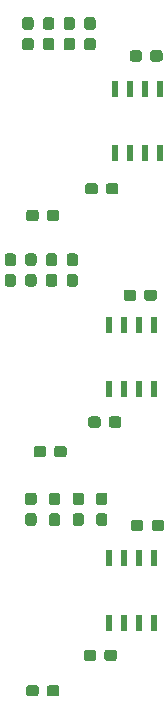
<source format=gbr>
%TF.GenerationSoftware,KiCad,Pcbnew,5.1.5+dfsg1-2build2*%
%TF.CreationDate,2020-12-26T23:47:44-08:00*%
%TF.ProjectId,motorcontroller,6d6f746f-7263-46f6-9e74-726f6c6c6572,rev?*%
%TF.SameCoordinates,Original*%
%TF.FileFunction,Paste,Bot*%
%TF.FilePolarity,Positive*%
%FSLAX46Y46*%
G04 Gerber Fmt 4.6, Leading zero omitted, Abs format (unit mm)*
G04 Created by KiCad (PCBNEW 5.1.5+dfsg1-2build2) date 2020-12-26 23:47:44*
%MOMM*%
%LPD*%
G04 APERTURE LIST*
%ADD10R,0.532600X1.454899*%
%ADD11C,0.100000*%
G04 APERTURE END LIST*
D10*
X103405000Y-96028652D03*
X102135000Y-96028652D03*
X100865000Y-96028652D03*
X99595000Y-96028652D03*
X99595000Y-101471348D03*
X100865000Y-101471348D03*
X102135000Y-101471348D03*
X103405000Y-101471348D03*
X102905000Y-116028652D03*
X101635000Y-116028652D03*
X100365000Y-116028652D03*
X99095000Y-116028652D03*
X99095000Y-121471348D03*
X100365000Y-121471348D03*
X101635000Y-121471348D03*
X102905000Y-121471348D03*
X102905000Y-135778652D03*
X101635000Y-135778652D03*
X100365000Y-135778652D03*
X99095000Y-135778652D03*
X99095000Y-141221348D03*
X100365000Y-141221348D03*
X101635000Y-141221348D03*
X102905000Y-141221348D03*
D11*
G36*
X99685779Y-104026144D02*
G01*
X99708834Y-104029563D01*
X99731443Y-104035227D01*
X99753387Y-104043079D01*
X99774457Y-104053044D01*
X99794448Y-104065026D01*
X99813168Y-104078910D01*
X99830438Y-104094562D01*
X99846090Y-104111832D01*
X99859974Y-104130552D01*
X99871956Y-104150543D01*
X99881921Y-104171613D01*
X99889773Y-104193557D01*
X99895437Y-104216166D01*
X99898856Y-104239221D01*
X99900000Y-104262500D01*
X99900000Y-104737500D01*
X99898856Y-104760779D01*
X99895437Y-104783834D01*
X99889773Y-104806443D01*
X99881921Y-104828387D01*
X99871956Y-104849457D01*
X99859974Y-104869448D01*
X99846090Y-104888168D01*
X99830438Y-104905438D01*
X99813168Y-104921090D01*
X99794448Y-104934974D01*
X99774457Y-104946956D01*
X99753387Y-104956921D01*
X99731443Y-104964773D01*
X99708834Y-104970437D01*
X99685779Y-104973856D01*
X99662500Y-104975000D01*
X99087500Y-104975000D01*
X99064221Y-104973856D01*
X99041166Y-104970437D01*
X99018557Y-104964773D01*
X98996613Y-104956921D01*
X98975543Y-104946956D01*
X98955552Y-104934974D01*
X98936832Y-104921090D01*
X98919562Y-104905438D01*
X98903910Y-104888168D01*
X98890026Y-104869448D01*
X98878044Y-104849457D01*
X98868079Y-104828387D01*
X98860227Y-104806443D01*
X98854563Y-104783834D01*
X98851144Y-104760779D01*
X98850000Y-104737500D01*
X98850000Y-104262500D01*
X98851144Y-104239221D01*
X98854563Y-104216166D01*
X98860227Y-104193557D01*
X98868079Y-104171613D01*
X98878044Y-104150543D01*
X98890026Y-104130552D01*
X98903910Y-104111832D01*
X98919562Y-104094562D01*
X98936832Y-104078910D01*
X98955552Y-104065026D01*
X98975543Y-104053044D01*
X98996613Y-104043079D01*
X99018557Y-104035227D01*
X99041166Y-104029563D01*
X99064221Y-104026144D01*
X99087500Y-104025000D01*
X99662500Y-104025000D01*
X99685779Y-104026144D01*
G37*
G36*
X97935779Y-104026144D02*
G01*
X97958834Y-104029563D01*
X97981443Y-104035227D01*
X98003387Y-104043079D01*
X98024457Y-104053044D01*
X98044448Y-104065026D01*
X98063168Y-104078910D01*
X98080438Y-104094562D01*
X98096090Y-104111832D01*
X98109974Y-104130552D01*
X98121956Y-104150543D01*
X98131921Y-104171613D01*
X98139773Y-104193557D01*
X98145437Y-104216166D01*
X98148856Y-104239221D01*
X98150000Y-104262500D01*
X98150000Y-104737500D01*
X98148856Y-104760779D01*
X98145437Y-104783834D01*
X98139773Y-104806443D01*
X98131921Y-104828387D01*
X98121956Y-104849457D01*
X98109974Y-104869448D01*
X98096090Y-104888168D01*
X98080438Y-104905438D01*
X98063168Y-104921090D01*
X98044448Y-104934974D01*
X98024457Y-104946956D01*
X98003387Y-104956921D01*
X97981443Y-104964773D01*
X97958834Y-104970437D01*
X97935779Y-104973856D01*
X97912500Y-104975000D01*
X97337500Y-104975000D01*
X97314221Y-104973856D01*
X97291166Y-104970437D01*
X97268557Y-104964773D01*
X97246613Y-104956921D01*
X97225543Y-104946956D01*
X97205552Y-104934974D01*
X97186832Y-104921090D01*
X97169562Y-104905438D01*
X97153910Y-104888168D01*
X97140026Y-104869448D01*
X97128044Y-104849457D01*
X97118079Y-104828387D01*
X97110227Y-104806443D01*
X97104563Y-104783834D01*
X97101144Y-104760779D01*
X97100000Y-104737500D01*
X97100000Y-104262500D01*
X97101144Y-104239221D01*
X97104563Y-104216166D01*
X97110227Y-104193557D01*
X97118079Y-104171613D01*
X97128044Y-104150543D01*
X97140026Y-104130552D01*
X97153910Y-104111832D01*
X97169562Y-104094562D01*
X97186832Y-104078910D01*
X97205552Y-104065026D01*
X97225543Y-104053044D01*
X97246613Y-104043079D01*
X97268557Y-104035227D01*
X97291166Y-104029563D01*
X97314221Y-104026144D01*
X97337500Y-104025000D01*
X97912500Y-104025000D01*
X97935779Y-104026144D01*
G37*
G36*
X94685779Y-106276144D02*
G01*
X94708834Y-106279563D01*
X94731443Y-106285227D01*
X94753387Y-106293079D01*
X94774457Y-106303044D01*
X94794448Y-106315026D01*
X94813168Y-106328910D01*
X94830438Y-106344562D01*
X94846090Y-106361832D01*
X94859974Y-106380552D01*
X94871956Y-106400543D01*
X94881921Y-106421613D01*
X94889773Y-106443557D01*
X94895437Y-106466166D01*
X94898856Y-106489221D01*
X94900000Y-106512500D01*
X94900000Y-106987500D01*
X94898856Y-107010779D01*
X94895437Y-107033834D01*
X94889773Y-107056443D01*
X94881921Y-107078387D01*
X94871956Y-107099457D01*
X94859974Y-107119448D01*
X94846090Y-107138168D01*
X94830438Y-107155438D01*
X94813168Y-107171090D01*
X94794448Y-107184974D01*
X94774457Y-107196956D01*
X94753387Y-107206921D01*
X94731443Y-107214773D01*
X94708834Y-107220437D01*
X94685779Y-107223856D01*
X94662500Y-107225000D01*
X94087500Y-107225000D01*
X94064221Y-107223856D01*
X94041166Y-107220437D01*
X94018557Y-107214773D01*
X93996613Y-107206921D01*
X93975543Y-107196956D01*
X93955552Y-107184974D01*
X93936832Y-107171090D01*
X93919562Y-107155438D01*
X93903910Y-107138168D01*
X93890026Y-107119448D01*
X93878044Y-107099457D01*
X93868079Y-107078387D01*
X93860227Y-107056443D01*
X93854563Y-107033834D01*
X93851144Y-107010779D01*
X93850000Y-106987500D01*
X93850000Y-106512500D01*
X93851144Y-106489221D01*
X93854563Y-106466166D01*
X93860227Y-106443557D01*
X93868079Y-106421613D01*
X93878044Y-106400543D01*
X93890026Y-106380552D01*
X93903910Y-106361832D01*
X93919562Y-106344562D01*
X93936832Y-106328910D01*
X93955552Y-106315026D01*
X93975543Y-106303044D01*
X93996613Y-106293079D01*
X94018557Y-106285227D01*
X94041166Y-106279563D01*
X94064221Y-106276144D01*
X94087500Y-106275000D01*
X94662500Y-106275000D01*
X94685779Y-106276144D01*
G37*
G36*
X92935779Y-106276144D02*
G01*
X92958834Y-106279563D01*
X92981443Y-106285227D01*
X93003387Y-106293079D01*
X93024457Y-106303044D01*
X93044448Y-106315026D01*
X93063168Y-106328910D01*
X93080438Y-106344562D01*
X93096090Y-106361832D01*
X93109974Y-106380552D01*
X93121956Y-106400543D01*
X93131921Y-106421613D01*
X93139773Y-106443557D01*
X93145437Y-106466166D01*
X93148856Y-106489221D01*
X93150000Y-106512500D01*
X93150000Y-106987500D01*
X93148856Y-107010779D01*
X93145437Y-107033834D01*
X93139773Y-107056443D01*
X93131921Y-107078387D01*
X93121956Y-107099457D01*
X93109974Y-107119448D01*
X93096090Y-107138168D01*
X93080438Y-107155438D01*
X93063168Y-107171090D01*
X93044448Y-107184974D01*
X93024457Y-107196956D01*
X93003387Y-107206921D01*
X92981443Y-107214773D01*
X92958834Y-107220437D01*
X92935779Y-107223856D01*
X92912500Y-107225000D01*
X92337500Y-107225000D01*
X92314221Y-107223856D01*
X92291166Y-107220437D01*
X92268557Y-107214773D01*
X92246613Y-107206921D01*
X92225543Y-107196956D01*
X92205552Y-107184974D01*
X92186832Y-107171090D01*
X92169562Y-107155438D01*
X92153910Y-107138168D01*
X92140026Y-107119448D01*
X92128044Y-107099457D01*
X92118079Y-107078387D01*
X92110227Y-107056443D01*
X92104563Y-107033834D01*
X92101144Y-107010779D01*
X92100000Y-106987500D01*
X92100000Y-106512500D01*
X92101144Y-106489221D01*
X92104563Y-106466166D01*
X92110227Y-106443557D01*
X92118079Y-106421613D01*
X92128044Y-106400543D01*
X92140026Y-106380552D01*
X92153910Y-106361832D01*
X92169562Y-106344562D01*
X92186832Y-106328910D01*
X92205552Y-106315026D01*
X92225543Y-106303044D01*
X92246613Y-106293079D01*
X92268557Y-106285227D01*
X92291166Y-106279563D01*
X92314221Y-106276144D01*
X92337500Y-106275000D01*
X92912500Y-106275000D01*
X92935779Y-106276144D01*
G37*
G36*
X96010779Y-89976144D02*
G01*
X96033834Y-89979563D01*
X96056443Y-89985227D01*
X96078387Y-89993079D01*
X96099457Y-90003044D01*
X96119448Y-90015026D01*
X96138168Y-90028910D01*
X96155438Y-90044562D01*
X96171090Y-90061832D01*
X96184974Y-90080552D01*
X96196956Y-90100543D01*
X96206921Y-90121613D01*
X96214773Y-90143557D01*
X96220437Y-90166166D01*
X96223856Y-90189221D01*
X96225000Y-90212500D01*
X96225000Y-90787500D01*
X96223856Y-90810779D01*
X96220437Y-90833834D01*
X96214773Y-90856443D01*
X96206921Y-90878387D01*
X96196956Y-90899457D01*
X96184974Y-90919448D01*
X96171090Y-90938168D01*
X96155438Y-90955438D01*
X96138168Y-90971090D01*
X96119448Y-90984974D01*
X96099457Y-90996956D01*
X96078387Y-91006921D01*
X96056443Y-91014773D01*
X96033834Y-91020437D01*
X96010779Y-91023856D01*
X95987500Y-91025000D01*
X95512500Y-91025000D01*
X95489221Y-91023856D01*
X95466166Y-91020437D01*
X95443557Y-91014773D01*
X95421613Y-91006921D01*
X95400543Y-90996956D01*
X95380552Y-90984974D01*
X95361832Y-90971090D01*
X95344562Y-90955438D01*
X95328910Y-90938168D01*
X95315026Y-90919448D01*
X95303044Y-90899457D01*
X95293079Y-90878387D01*
X95285227Y-90856443D01*
X95279563Y-90833834D01*
X95276144Y-90810779D01*
X95275000Y-90787500D01*
X95275000Y-90212500D01*
X95276144Y-90189221D01*
X95279563Y-90166166D01*
X95285227Y-90143557D01*
X95293079Y-90121613D01*
X95303044Y-90100543D01*
X95315026Y-90080552D01*
X95328910Y-90061832D01*
X95344562Y-90044562D01*
X95361832Y-90028910D01*
X95380552Y-90015026D01*
X95400543Y-90003044D01*
X95421613Y-89993079D01*
X95443557Y-89985227D01*
X95466166Y-89979563D01*
X95489221Y-89976144D01*
X95512500Y-89975000D01*
X95987500Y-89975000D01*
X96010779Y-89976144D01*
G37*
G36*
X96010779Y-91726144D02*
G01*
X96033834Y-91729563D01*
X96056443Y-91735227D01*
X96078387Y-91743079D01*
X96099457Y-91753044D01*
X96119448Y-91765026D01*
X96138168Y-91778910D01*
X96155438Y-91794562D01*
X96171090Y-91811832D01*
X96184974Y-91830552D01*
X96196956Y-91850543D01*
X96206921Y-91871613D01*
X96214773Y-91893557D01*
X96220437Y-91916166D01*
X96223856Y-91939221D01*
X96225000Y-91962500D01*
X96225000Y-92537500D01*
X96223856Y-92560779D01*
X96220437Y-92583834D01*
X96214773Y-92606443D01*
X96206921Y-92628387D01*
X96196956Y-92649457D01*
X96184974Y-92669448D01*
X96171090Y-92688168D01*
X96155438Y-92705438D01*
X96138168Y-92721090D01*
X96119448Y-92734974D01*
X96099457Y-92746956D01*
X96078387Y-92756921D01*
X96056443Y-92764773D01*
X96033834Y-92770437D01*
X96010779Y-92773856D01*
X95987500Y-92775000D01*
X95512500Y-92775000D01*
X95489221Y-92773856D01*
X95466166Y-92770437D01*
X95443557Y-92764773D01*
X95421613Y-92756921D01*
X95400543Y-92746956D01*
X95380552Y-92734974D01*
X95361832Y-92721090D01*
X95344562Y-92705438D01*
X95328910Y-92688168D01*
X95315026Y-92669448D01*
X95303044Y-92649457D01*
X95293079Y-92628387D01*
X95285227Y-92606443D01*
X95279563Y-92583834D01*
X95276144Y-92560779D01*
X95275000Y-92537500D01*
X95275000Y-91962500D01*
X95276144Y-91939221D01*
X95279563Y-91916166D01*
X95285227Y-91893557D01*
X95293079Y-91871613D01*
X95303044Y-91850543D01*
X95315026Y-91830552D01*
X95328910Y-91811832D01*
X95344562Y-91794562D01*
X95361832Y-91778910D01*
X95380552Y-91765026D01*
X95400543Y-91753044D01*
X95421613Y-91743079D01*
X95443557Y-91735227D01*
X95466166Y-91729563D01*
X95489221Y-91726144D01*
X95512500Y-91725000D01*
X95987500Y-91725000D01*
X96010779Y-91726144D01*
G37*
G36*
X92510779Y-91726144D02*
G01*
X92533834Y-91729563D01*
X92556443Y-91735227D01*
X92578387Y-91743079D01*
X92599457Y-91753044D01*
X92619448Y-91765026D01*
X92638168Y-91778910D01*
X92655438Y-91794562D01*
X92671090Y-91811832D01*
X92684974Y-91830552D01*
X92696956Y-91850543D01*
X92706921Y-91871613D01*
X92714773Y-91893557D01*
X92720437Y-91916166D01*
X92723856Y-91939221D01*
X92725000Y-91962500D01*
X92725000Y-92537500D01*
X92723856Y-92560779D01*
X92720437Y-92583834D01*
X92714773Y-92606443D01*
X92706921Y-92628387D01*
X92696956Y-92649457D01*
X92684974Y-92669448D01*
X92671090Y-92688168D01*
X92655438Y-92705438D01*
X92638168Y-92721090D01*
X92619448Y-92734974D01*
X92599457Y-92746956D01*
X92578387Y-92756921D01*
X92556443Y-92764773D01*
X92533834Y-92770437D01*
X92510779Y-92773856D01*
X92487500Y-92775000D01*
X92012500Y-92775000D01*
X91989221Y-92773856D01*
X91966166Y-92770437D01*
X91943557Y-92764773D01*
X91921613Y-92756921D01*
X91900543Y-92746956D01*
X91880552Y-92734974D01*
X91861832Y-92721090D01*
X91844562Y-92705438D01*
X91828910Y-92688168D01*
X91815026Y-92669448D01*
X91803044Y-92649457D01*
X91793079Y-92628387D01*
X91785227Y-92606443D01*
X91779563Y-92583834D01*
X91776144Y-92560779D01*
X91775000Y-92537500D01*
X91775000Y-91962500D01*
X91776144Y-91939221D01*
X91779563Y-91916166D01*
X91785227Y-91893557D01*
X91793079Y-91871613D01*
X91803044Y-91850543D01*
X91815026Y-91830552D01*
X91828910Y-91811832D01*
X91844562Y-91794562D01*
X91861832Y-91778910D01*
X91880552Y-91765026D01*
X91900543Y-91753044D01*
X91921613Y-91743079D01*
X91943557Y-91735227D01*
X91966166Y-91729563D01*
X91989221Y-91726144D01*
X92012500Y-91725000D01*
X92487500Y-91725000D01*
X92510779Y-91726144D01*
G37*
G36*
X92510779Y-89976144D02*
G01*
X92533834Y-89979563D01*
X92556443Y-89985227D01*
X92578387Y-89993079D01*
X92599457Y-90003044D01*
X92619448Y-90015026D01*
X92638168Y-90028910D01*
X92655438Y-90044562D01*
X92671090Y-90061832D01*
X92684974Y-90080552D01*
X92696956Y-90100543D01*
X92706921Y-90121613D01*
X92714773Y-90143557D01*
X92720437Y-90166166D01*
X92723856Y-90189221D01*
X92725000Y-90212500D01*
X92725000Y-90787500D01*
X92723856Y-90810779D01*
X92720437Y-90833834D01*
X92714773Y-90856443D01*
X92706921Y-90878387D01*
X92696956Y-90899457D01*
X92684974Y-90919448D01*
X92671090Y-90938168D01*
X92655438Y-90955438D01*
X92638168Y-90971090D01*
X92619448Y-90984974D01*
X92599457Y-90996956D01*
X92578387Y-91006921D01*
X92556443Y-91014773D01*
X92533834Y-91020437D01*
X92510779Y-91023856D01*
X92487500Y-91025000D01*
X92012500Y-91025000D01*
X91989221Y-91023856D01*
X91966166Y-91020437D01*
X91943557Y-91014773D01*
X91921613Y-91006921D01*
X91900543Y-90996956D01*
X91880552Y-90984974D01*
X91861832Y-90971090D01*
X91844562Y-90955438D01*
X91828910Y-90938168D01*
X91815026Y-90919448D01*
X91803044Y-90899457D01*
X91793079Y-90878387D01*
X91785227Y-90856443D01*
X91779563Y-90833834D01*
X91776144Y-90810779D01*
X91775000Y-90787500D01*
X91775000Y-90212500D01*
X91776144Y-90189221D01*
X91779563Y-90166166D01*
X91785227Y-90143557D01*
X91793079Y-90121613D01*
X91803044Y-90100543D01*
X91815026Y-90080552D01*
X91828910Y-90061832D01*
X91844562Y-90044562D01*
X91861832Y-90028910D01*
X91880552Y-90015026D01*
X91900543Y-90003044D01*
X91921613Y-89993079D01*
X91943557Y-89985227D01*
X91966166Y-89979563D01*
X91989221Y-89976144D01*
X92012500Y-89975000D01*
X92487500Y-89975000D01*
X92510779Y-89976144D01*
G37*
G36*
X99935779Y-123776144D02*
G01*
X99958834Y-123779563D01*
X99981443Y-123785227D01*
X100003387Y-123793079D01*
X100024457Y-123803044D01*
X100044448Y-123815026D01*
X100063168Y-123828910D01*
X100080438Y-123844562D01*
X100096090Y-123861832D01*
X100109974Y-123880552D01*
X100121956Y-123900543D01*
X100131921Y-123921613D01*
X100139773Y-123943557D01*
X100145437Y-123966166D01*
X100148856Y-123989221D01*
X100150000Y-124012500D01*
X100150000Y-124487500D01*
X100148856Y-124510779D01*
X100145437Y-124533834D01*
X100139773Y-124556443D01*
X100131921Y-124578387D01*
X100121956Y-124599457D01*
X100109974Y-124619448D01*
X100096090Y-124638168D01*
X100080438Y-124655438D01*
X100063168Y-124671090D01*
X100044448Y-124684974D01*
X100024457Y-124696956D01*
X100003387Y-124706921D01*
X99981443Y-124714773D01*
X99958834Y-124720437D01*
X99935779Y-124723856D01*
X99912500Y-124725000D01*
X99337500Y-124725000D01*
X99314221Y-124723856D01*
X99291166Y-124720437D01*
X99268557Y-124714773D01*
X99246613Y-124706921D01*
X99225543Y-124696956D01*
X99205552Y-124684974D01*
X99186832Y-124671090D01*
X99169562Y-124655438D01*
X99153910Y-124638168D01*
X99140026Y-124619448D01*
X99128044Y-124599457D01*
X99118079Y-124578387D01*
X99110227Y-124556443D01*
X99104563Y-124533834D01*
X99101144Y-124510779D01*
X99100000Y-124487500D01*
X99100000Y-124012500D01*
X99101144Y-123989221D01*
X99104563Y-123966166D01*
X99110227Y-123943557D01*
X99118079Y-123921613D01*
X99128044Y-123900543D01*
X99140026Y-123880552D01*
X99153910Y-123861832D01*
X99169562Y-123844562D01*
X99186832Y-123828910D01*
X99205552Y-123815026D01*
X99225543Y-123803044D01*
X99246613Y-123793079D01*
X99268557Y-123785227D01*
X99291166Y-123779563D01*
X99314221Y-123776144D01*
X99337500Y-123775000D01*
X99912500Y-123775000D01*
X99935779Y-123776144D01*
G37*
G36*
X98185779Y-123776144D02*
G01*
X98208834Y-123779563D01*
X98231443Y-123785227D01*
X98253387Y-123793079D01*
X98274457Y-123803044D01*
X98294448Y-123815026D01*
X98313168Y-123828910D01*
X98330438Y-123844562D01*
X98346090Y-123861832D01*
X98359974Y-123880552D01*
X98371956Y-123900543D01*
X98381921Y-123921613D01*
X98389773Y-123943557D01*
X98395437Y-123966166D01*
X98398856Y-123989221D01*
X98400000Y-124012500D01*
X98400000Y-124487500D01*
X98398856Y-124510779D01*
X98395437Y-124533834D01*
X98389773Y-124556443D01*
X98381921Y-124578387D01*
X98371956Y-124599457D01*
X98359974Y-124619448D01*
X98346090Y-124638168D01*
X98330438Y-124655438D01*
X98313168Y-124671090D01*
X98294448Y-124684974D01*
X98274457Y-124696956D01*
X98253387Y-124706921D01*
X98231443Y-124714773D01*
X98208834Y-124720437D01*
X98185779Y-124723856D01*
X98162500Y-124725000D01*
X97587500Y-124725000D01*
X97564221Y-124723856D01*
X97541166Y-124720437D01*
X97518557Y-124714773D01*
X97496613Y-124706921D01*
X97475543Y-124696956D01*
X97455552Y-124684974D01*
X97436832Y-124671090D01*
X97419562Y-124655438D01*
X97403910Y-124638168D01*
X97390026Y-124619448D01*
X97378044Y-124599457D01*
X97368079Y-124578387D01*
X97360227Y-124556443D01*
X97354563Y-124533834D01*
X97351144Y-124510779D01*
X97350000Y-124487500D01*
X97350000Y-124012500D01*
X97351144Y-123989221D01*
X97354563Y-123966166D01*
X97360227Y-123943557D01*
X97368079Y-123921613D01*
X97378044Y-123900543D01*
X97390026Y-123880552D01*
X97403910Y-123861832D01*
X97419562Y-123844562D01*
X97436832Y-123828910D01*
X97455552Y-123815026D01*
X97475543Y-123803044D01*
X97496613Y-123793079D01*
X97518557Y-123785227D01*
X97541166Y-123779563D01*
X97564221Y-123776144D01*
X97587500Y-123775000D01*
X98162500Y-123775000D01*
X98185779Y-123776144D01*
G37*
G36*
X95310779Y-126276144D02*
G01*
X95333834Y-126279563D01*
X95356443Y-126285227D01*
X95378387Y-126293079D01*
X95399457Y-126303044D01*
X95419448Y-126315026D01*
X95438168Y-126328910D01*
X95455438Y-126344562D01*
X95471090Y-126361832D01*
X95484974Y-126380552D01*
X95496956Y-126400543D01*
X95506921Y-126421613D01*
X95514773Y-126443557D01*
X95520437Y-126466166D01*
X95523856Y-126489221D01*
X95525000Y-126512500D01*
X95525000Y-126987500D01*
X95523856Y-127010779D01*
X95520437Y-127033834D01*
X95514773Y-127056443D01*
X95506921Y-127078387D01*
X95496956Y-127099457D01*
X95484974Y-127119448D01*
X95471090Y-127138168D01*
X95455438Y-127155438D01*
X95438168Y-127171090D01*
X95419448Y-127184974D01*
X95399457Y-127196956D01*
X95378387Y-127206921D01*
X95356443Y-127214773D01*
X95333834Y-127220437D01*
X95310779Y-127223856D01*
X95287500Y-127225000D01*
X94712500Y-127225000D01*
X94689221Y-127223856D01*
X94666166Y-127220437D01*
X94643557Y-127214773D01*
X94621613Y-127206921D01*
X94600543Y-127196956D01*
X94580552Y-127184974D01*
X94561832Y-127171090D01*
X94544562Y-127155438D01*
X94528910Y-127138168D01*
X94515026Y-127119448D01*
X94503044Y-127099457D01*
X94493079Y-127078387D01*
X94485227Y-127056443D01*
X94479563Y-127033834D01*
X94476144Y-127010779D01*
X94475000Y-126987500D01*
X94475000Y-126512500D01*
X94476144Y-126489221D01*
X94479563Y-126466166D01*
X94485227Y-126443557D01*
X94493079Y-126421613D01*
X94503044Y-126400543D01*
X94515026Y-126380552D01*
X94528910Y-126361832D01*
X94544562Y-126344562D01*
X94561832Y-126328910D01*
X94580552Y-126315026D01*
X94600543Y-126303044D01*
X94621613Y-126293079D01*
X94643557Y-126285227D01*
X94666166Y-126279563D01*
X94689221Y-126276144D01*
X94712500Y-126275000D01*
X95287500Y-126275000D01*
X95310779Y-126276144D01*
G37*
G36*
X93560779Y-126276144D02*
G01*
X93583834Y-126279563D01*
X93606443Y-126285227D01*
X93628387Y-126293079D01*
X93649457Y-126303044D01*
X93669448Y-126315026D01*
X93688168Y-126328910D01*
X93705438Y-126344562D01*
X93721090Y-126361832D01*
X93734974Y-126380552D01*
X93746956Y-126400543D01*
X93756921Y-126421613D01*
X93764773Y-126443557D01*
X93770437Y-126466166D01*
X93773856Y-126489221D01*
X93775000Y-126512500D01*
X93775000Y-126987500D01*
X93773856Y-127010779D01*
X93770437Y-127033834D01*
X93764773Y-127056443D01*
X93756921Y-127078387D01*
X93746956Y-127099457D01*
X93734974Y-127119448D01*
X93721090Y-127138168D01*
X93705438Y-127155438D01*
X93688168Y-127171090D01*
X93669448Y-127184974D01*
X93649457Y-127196956D01*
X93628387Y-127206921D01*
X93606443Y-127214773D01*
X93583834Y-127220437D01*
X93560779Y-127223856D01*
X93537500Y-127225000D01*
X92962500Y-127225000D01*
X92939221Y-127223856D01*
X92916166Y-127220437D01*
X92893557Y-127214773D01*
X92871613Y-127206921D01*
X92850543Y-127196956D01*
X92830552Y-127184974D01*
X92811832Y-127171090D01*
X92794562Y-127155438D01*
X92778910Y-127138168D01*
X92765026Y-127119448D01*
X92753044Y-127099457D01*
X92743079Y-127078387D01*
X92735227Y-127056443D01*
X92729563Y-127033834D01*
X92726144Y-127010779D01*
X92725000Y-126987500D01*
X92725000Y-126512500D01*
X92726144Y-126489221D01*
X92729563Y-126466166D01*
X92735227Y-126443557D01*
X92743079Y-126421613D01*
X92753044Y-126400543D01*
X92765026Y-126380552D01*
X92778910Y-126361832D01*
X92794562Y-126344562D01*
X92811832Y-126328910D01*
X92830552Y-126315026D01*
X92850543Y-126303044D01*
X92871613Y-126293079D01*
X92893557Y-126285227D01*
X92916166Y-126279563D01*
X92939221Y-126276144D01*
X92962500Y-126275000D01*
X93537500Y-126275000D01*
X93560779Y-126276144D01*
G37*
G36*
X94510779Y-109976144D02*
G01*
X94533834Y-109979563D01*
X94556443Y-109985227D01*
X94578387Y-109993079D01*
X94599457Y-110003044D01*
X94619448Y-110015026D01*
X94638168Y-110028910D01*
X94655438Y-110044562D01*
X94671090Y-110061832D01*
X94684974Y-110080552D01*
X94696956Y-110100543D01*
X94706921Y-110121613D01*
X94714773Y-110143557D01*
X94720437Y-110166166D01*
X94723856Y-110189221D01*
X94725000Y-110212500D01*
X94725000Y-110787500D01*
X94723856Y-110810779D01*
X94720437Y-110833834D01*
X94714773Y-110856443D01*
X94706921Y-110878387D01*
X94696956Y-110899457D01*
X94684974Y-110919448D01*
X94671090Y-110938168D01*
X94655438Y-110955438D01*
X94638168Y-110971090D01*
X94619448Y-110984974D01*
X94599457Y-110996956D01*
X94578387Y-111006921D01*
X94556443Y-111014773D01*
X94533834Y-111020437D01*
X94510779Y-111023856D01*
X94487500Y-111025000D01*
X94012500Y-111025000D01*
X93989221Y-111023856D01*
X93966166Y-111020437D01*
X93943557Y-111014773D01*
X93921613Y-111006921D01*
X93900543Y-110996956D01*
X93880552Y-110984974D01*
X93861832Y-110971090D01*
X93844562Y-110955438D01*
X93828910Y-110938168D01*
X93815026Y-110919448D01*
X93803044Y-110899457D01*
X93793079Y-110878387D01*
X93785227Y-110856443D01*
X93779563Y-110833834D01*
X93776144Y-110810779D01*
X93775000Y-110787500D01*
X93775000Y-110212500D01*
X93776144Y-110189221D01*
X93779563Y-110166166D01*
X93785227Y-110143557D01*
X93793079Y-110121613D01*
X93803044Y-110100543D01*
X93815026Y-110080552D01*
X93828910Y-110061832D01*
X93844562Y-110044562D01*
X93861832Y-110028910D01*
X93880552Y-110015026D01*
X93900543Y-110003044D01*
X93921613Y-109993079D01*
X93943557Y-109985227D01*
X93966166Y-109979563D01*
X93989221Y-109976144D01*
X94012500Y-109975000D01*
X94487500Y-109975000D01*
X94510779Y-109976144D01*
G37*
G36*
X94510779Y-111726144D02*
G01*
X94533834Y-111729563D01*
X94556443Y-111735227D01*
X94578387Y-111743079D01*
X94599457Y-111753044D01*
X94619448Y-111765026D01*
X94638168Y-111778910D01*
X94655438Y-111794562D01*
X94671090Y-111811832D01*
X94684974Y-111830552D01*
X94696956Y-111850543D01*
X94706921Y-111871613D01*
X94714773Y-111893557D01*
X94720437Y-111916166D01*
X94723856Y-111939221D01*
X94725000Y-111962500D01*
X94725000Y-112537500D01*
X94723856Y-112560779D01*
X94720437Y-112583834D01*
X94714773Y-112606443D01*
X94706921Y-112628387D01*
X94696956Y-112649457D01*
X94684974Y-112669448D01*
X94671090Y-112688168D01*
X94655438Y-112705438D01*
X94638168Y-112721090D01*
X94619448Y-112734974D01*
X94599457Y-112746956D01*
X94578387Y-112756921D01*
X94556443Y-112764773D01*
X94533834Y-112770437D01*
X94510779Y-112773856D01*
X94487500Y-112775000D01*
X94012500Y-112775000D01*
X93989221Y-112773856D01*
X93966166Y-112770437D01*
X93943557Y-112764773D01*
X93921613Y-112756921D01*
X93900543Y-112746956D01*
X93880552Y-112734974D01*
X93861832Y-112721090D01*
X93844562Y-112705438D01*
X93828910Y-112688168D01*
X93815026Y-112669448D01*
X93803044Y-112649457D01*
X93793079Y-112628387D01*
X93785227Y-112606443D01*
X93779563Y-112583834D01*
X93776144Y-112560779D01*
X93775000Y-112537500D01*
X93775000Y-111962500D01*
X93776144Y-111939221D01*
X93779563Y-111916166D01*
X93785227Y-111893557D01*
X93793079Y-111871613D01*
X93803044Y-111850543D01*
X93815026Y-111830552D01*
X93828910Y-111811832D01*
X93844562Y-111794562D01*
X93861832Y-111778910D01*
X93880552Y-111765026D01*
X93900543Y-111753044D01*
X93921613Y-111743079D01*
X93943557Y-111735227D01*
X93966166Y-111729563D01*
X93989221Y-111726144D01*
X94012500Y-111725000D01*
X94487500Y-111725000D01*
X94510779Y-111726144D01*
G37*
G36*
X91010779Y-111726144D02*
G01*
X91033834Y-111729563D01*
X91056443Y-111735227D01*
X91078387Y-111743079D01*
X91099457Y-111753044D01*
X91119448Y-111765026D01*
X91138168Y-111778910D01*
X91155438Y-111794562D01*
X91171090Y-111811832D01*
X91184974Y-111830552D01*
X91196956Y-111850543D01*
X91206921Y-111871613D01*
X91214773Y-111893557D01*
X91220437Y-111916166D01*
X91223856Y-111939221D01*
X91225000Y-111962500D01*
X91225000Y-112537500D01*
X91223856Y-112560779D01*
X91220437Y-112583834D01*
X91214773Y-112606443D01*
X91206921Y-112628387D01*
X91196956Y-112649457D01*
X91184974Y-112669448D01*
X91171090Y-112688168D01*
X91155438Y-112705438D01*
X91138168Y-112721090D01*
X91119448Y-112734974D01*
X91099457Y-112746956D01*
X91078387Y-112756921D01*
X91056443Y-112764773D01*
X91033834Y-112770437D01*
X91010779Y-112773856D01*
X90987500Y-112775000D01*
X90512500Y-112775000D01*
X90489221Y-112773856D01*
X90466166Y-112770437D01*
X90443557Y-112764773D01*
X90421613Y-112756921D01*
X90400543Y-112746956D01*
X90380552Y-112734974D01*
X90361832Y-112721090D01*
X90344562Y-112705438D01*
X90328910Y-112688168D01*
X90315026Y-112669448D01*
X90303044Y-112649457D01*
X90293079Y-112628387D01*
X90285227Y-112606443D01*
X90279563Y-112583834D01*
X90276144Y-112560779D01*
X90275000Y-112537500D01*
X90275000Y-111962500D01*
X90276144Y-111939221D01*
X90279563Y-111916166D01*
X90285227Y-111893557D01*
X90293079Y-111871613D01*
X90303044Y-111850543D01*
X90315026Y-111830552D01*
X90328910Y-111811832D01*
X90344562Y-111794562D01*
X90361832Y-111778910D01*
X90380552Y-111765026D01*
X90400543Y-111753044D01*
X90421613Y-111743079D01*
X90443557Y-111735227D01*
X90466166Y-111729563D01*
X90489221Y-111726144D01*
X90512500Y-111725000D01*
X90987500Y-111725000D01*
X91010779Y-111726144D01*
G37*
G36*
X91010779Y-109976144D02*
G01*
X91033834Y-109979563D01*
X91056443Y-109985227D01*
X91078387Y-109993079D01*
X91099457Y-110003044D01*
X91119448Y-110015026D01*
X91138168Y-110028910D01*
X91155438Y-110044562D01*
X91171090Y-110061832D01*
X91184974Y-110080552D01*
X91196956Y-110100543D01*
X91206921Y-110121613D01*
X91214773Y-110143557D01*
X91220437Y-110166166D01*
X91223856Y-110189221D01*
X91225000Y-110212500D01*
X91225000Y-110787500D01*
X91223856Y-110810779D01*
X91220437Y-110833834D01*
X91214773Y-110856443D01*
X91206921Y-110878387D01*
X91196956Y-110899457D01*
X91184974Y-110919448D01*
X91171090Y-110938168D01*
X91155438Y-110955438D01*
X91138168Y-110971090D01*
X91119448Y-110984974D01*
X91099457Y-110996956D01*
X91078387Y-111006921D01*
X91056443Y-111014773D01*
X91033834Y-111020437D01*
X91010779Y-111023856D01*
X90987500Y-111025000D01*
X90512500Y-111025000D01*
X90489221Y-111023856D01*
X90466166Y-111020437D01*
X90443557Y-111014773D01*
X90421613Y-111006921D01*
X90400543Y-110996956D01*
X90380552Y-110984974D01*
X90361832Y-110971090D01*
X90344562Y-110955438D01*
X90328910Y-110938168D01*
X90315026Y-110919448D01*
X90303044Y-110899457D01*
X90293079Y-110878387D01*
X90285227Y-110856443D01*
X90279563Y-110833834D01*
X90276144Y-110810779D01*
X90275000Y-110787500D01*
X90275000Y-110212500D01*
X90276144Y-110189221D01*
X90279563Y-110166166D01*
X90285227Y-110143557D01*
X90293079Y-110121613D01*
X90303044Y-110100543D01*
X90315026Y-110080552D01*
X90328910Y-110061832D01*
X90344562Y-110044562D01*
X90361832Y-110028910D01*
X90380552Y-110015026D01*
X90400543Y-110003044D01*
X90421613Y-109993079D01*
X90443557Y-109985227D01*
X90466166Y-109979563D01*
X90489221Y-109976144D01*
X90512500Y-109975000D01*
X90987500Y-109975000D01*
X91010779Y-109976144D01*
G37*
G36*
X99560779Y-143526144D02*
G01*
X99583834Y-143529563D01*
X99606443Y-143535227D01*
X99628387Y-143543079D01*
X99649457Y-143553044D01*
X99669448Y-143565026D01*
X99688168Y-143578910D01*
X99705438Y-143594562D01*
X99721090Y-143611832D01*
X99734974Y-143630552D01*
X99746956Y-143650543D01*
X99756921Y-143671613D01*
X99764773Y-143693557D01*
X99770437Y-143716166D01*
X99773856Y-143739221D01*
X99775000Y-143762500D01*
X99775000Y-144237500D01*
X99773856Y-144260779D01*
X99770437Y-144283834D01*
X99764773Y-144306443D01*
X99756921Y-144328387D01*
X99746956Y-144349457D01*
X99734974Y-144369448D01*
X99721090Y-144388168D01*
X99705438Y-144405438D01*
X99688168Y-144421090D01*
X99669448Y-144434974D01*
X99649457Y-144446956D01*
X99628387Y-144456921D01*
X99606443Y-144464773D01*
X99583834Y-144470437D01*
X99560779Y-144473856D01*
X99537500Y-144475000D01*
X98962500Y-144475000D01*
X98939221Y-144473856D01*
X98916166Y-144470437D01*
X98893557Y-144464773D01*
X98871613Y-144456921D01*
X98850543Y-144446956D01*
X98830552Y-144434974D01*
X98811832Y-144421090D01*
X98794562Y-144405438D01*
X98778910Y-144388168D01*
X98765026Y-144369448D01*
X98753044Y-144349457D01*
X98743079Y-144328387D01*
X98735227Y-144306443D01*
X98729563Y-144283834D01*
X98726144Y-144260779D01*
X98725000Y-144237500D01*
X98725000Y-143762500D01*
X98726144Y-143739221D01*
X98729563Y-143716166D01*
X98735227Y-143693557D01*
X98743079Y-143671613D01*
X98753044Y-143650543D01*
X98765026Y-143630552D01*
X98778910Y-143611832D01*
X98794562Y-143594562D01*
X98811832Y-143578910D01*
X98830552Y-143565026D01*
X98850543Y-143553044D01*
X98871613Y-143543079D01*
X98893557Y-143535227D01*
X98916166Y-143529563D01*
X98939221Y-143526144D01*
X98962500Y-143525000D01*
X99537500Y-143525000D01*
X99560779Y-143526144D01*
G37*
G36*
X97810779Y-143526144D02*
G01*
X97833834Y-143529563D01*
X97856443Y-143535227D01*
X97878387Y-143543079D01*
X97899457Y-143553044D01*
X97919448Y-143565026D01*
X97938168Y-143578910D01*
X97955438Y-143594562D01*
X97971090Y-143611832D01*
X97984974Y-143630552D01*
X97996956Y-143650543D01*
X98006921Y-143671613D01*
X98014773Y-143693557D01*
X98020437Y-143716166D01*
X98023856Y-143739221D01*
X98025000Y-143762500D01*
X98025000Y-144237500D01*
X98023856Y-144260779D01*
X98020437Y-144283834D01*
X98014773Y-144306443D01*
X98006921Y-144328387D01*
X97996956Y-144349457D01*
X97984974Y-144369448D01*
X97971090Y-144388168D01*
X97955438Y-144405438D01*
X97938168Y-144421090D01*
X97919448Y-144434974D01*
X97899457Y-144446956D01*
X97878387Y-144456921D01*
X97856443Y-144464773D01*
X97833834Y-144470437D01*
X97810779Y-144473856D01*
X97787500Y-144475000D01*
X97212500Y-144475000D01*
X97189221Y-144473856D01*
X97166166Y-144470437D01*
X97143557Y-144464773D01*
X97121613Y-144456921D01*
X97100543Y-144446956D01*
X97080552Y-144434974D01*
X97061832Y-144421090D01*
X97044562Y-144405438D01*
X97028910Y-144388168D01*
X97015026Y-144369448D01*
X97003044Y-144349457D01*
X96993079Y-144328387D01*
X96985227Y-144306443D01*
X96979563Y-144283834D01*
X96976144Y-144260779D01*
X96975000Y-144237500D01*
X96975000Y-143762500D01*
X96976144Y-143739221D01*
X96979563Y-143716166D01*
X96985227Y-143693557D01*
X96993079Y-143671613D01*
X97003044Y-143650543D01*
X97015026Y-143630552D01*
X97028910Y-143611832D01*
X97044562Y-143594562D01*
X97061832Y-143578910D01*
X97080552Y-143565026D01*
X97100543Y-143553044D01*
X97121613Y-143543079D01*
X97143557Y-143535227D01*
X97166166Y-143529563D01*
X97189221Y-143526144D01*
X97212500Y-143525000D01*
X97787500Y-143525000D01*
X97810779Y-143526144D01*
G37*
G36*
X94685779Y-146526144D02*
G01*
X94708834Y-146529563D01*
X94731443Y-146535227D01*
X94753387Y-146543079D01*
X94774457Y-146553044D01*
X94794448Y-146565026D01*
X94813168Y-146578910D01*
X94830438Y-146594562D01*
X94846090Y-146611832D01*
X94859974Y-146630552D01*
X94871956Y-146650543D01*
X94881921Y-146671613D01*
X94889773Y-146693557D01*
X94895437Y-146716166D01*
X94898856Y-146739221D01*
X94900000Y-146762500D01*
X94900000Y-147237500D01*
X94898856Y-147260779D01*
X94895437Y-147283834D01*
X94889773Y-147306443D01*
X94881921Y-147328387D01*
X94871956Y-147349457D01*
X94859974Y-147369448D01*
X94846090Y-147388168D01*
X94830438Y-147405438D01*
X94813168Y-147421090D01*
X94794448Y-147434974D01*
X94774457Y-147446956D01*
X94753387Y-147456921D01*
X94731443Y-147464773D01*
X94708834Y-147470437D01*
X94685779Y-147473856D01*
X94662500Y-147475000D01*
X94087500Y-147475000D01*
X94064221Y-147473856D01*
X94041166Y-147470437D01*
X94018557Y-147464773D01*
X93996613Y-147456921D01*
X93975543Y-147446956D01*
X93955552Y-147434974D01*
X93936832Y-147421090D01*
X93919562Y-147405438D01*
X93903910Y-147388168D01*
X93890026Y-147369448D01*
X93878044Y-147349457D01*
X93868079Y-147328387D01*
X93860227Y-147306443D01*
X93854563Y-147283834D01*
X93851144Y-147260779D01*
X93850000Y-147237500D01*
X93850000Y-146762500D01*
X93851144Y-146739221D01*
X93854563Y-146716166D01*
X93860227Y-146693557D01*
X93868079Y-146671613D01*
X93878044Y-146650543D01*
X93890026Y-146630552D01*
X93903910Y-146611832D01*
X93919562Y-146594562D01*
X93936832Y-146578910D01*
X93955552Y-146565026D01*
X93975543Y-146553044D01*
X93996613Y-146543079D01*
X94018557Y-146535227D01*
X94041166Y-146529563D01*
X94064221Y-146526144D01*
X94087500Y-146525000D01*
X94662500Y-146525000D01*
X94685779Y-146526144D01*
G37*
G36*
X92935779Y-146526144D02*
G01*
X92958834Y-146529563D01*
X92981443Y-146535227D01*
X93003387Y-146543079D01*
X93024457Y-146553044D01*
X93044448Y-146565026D01*
X93063168Y-146578910D01*
X93080438Y-146594562D01*
X93096090Y-146611832D01*
X93109974Y-146630552D01*
X93121956Y-146650543D01*
X93131921Y-146671613D01*
X93139773Y-146693557D01*
X93145437Y-146716166D01*
X93148856Y-146739221D01*
X93150000Y-146762500D01*
X93150000Y-147237500D01*
X93148856Y-147260779D01*
X93145437Y-147283834D01*
X93139773Y-147306443D01*
X93131921Y-147328387D01*
X93121956Y-147349457D01*
X93109974Y-147369448D01*
X93096090Y-147388168D01*
X93080438Y-147405438D01*
X93063168Y-147421090D01*
X93044448Y-147434974D01*
X93024457Y-147446956D01*
X93003387Y-147456921D01*
X92981443Y-147464773D01*
X92958834Y-147470437D01*
X92935779Y-147473856D01*
X92912500Y-147475000D01*
X92337500Y-147475000D01*
X92314221Y-147473856D01*
X92291166Y-147470437D01*
X92268557Y-147464773D01*
X92246613Y-147456921D01*
X92225543Y-147446956D01*
X92205552Y-147434974D01*
X92186832Y-147421090D01*
X92169562Y-147405438D01*
X92153910Y-147388168D01*
X92140026Y-147369448D01*
X92128044Y-147349457D01*
X92118079Y-147328387D01*
X92110227Y-147306443D01*
X92104563Y-147283834D01*
X92101144Y-147260779D01*
X92100000Y-147237500D01*
X92100000Y-146762500D01*
X92101144Y-146739221D01*
X92104563Y-146716166D01*
X92110227Y-146693557D01*
X92118079Y-146671613D01*
X92128044Y-146650543D01*
X92140026Y-146630552D01*
X92153910Y-146611832D01*
X92169562Y-146594562D01*
X92186832Y-146578910D01*
X92205552Y-146565026D01*
X92225543Y-146553044D01*
X92246613Y-146543079D01*
X92268557Y-146535227D01*
X92291166Y-146529563D01*
X92314221Y-146526144D01*
X92337500Y-146525000D01*
X92912500Y-146525000D01*
X92935779Y-146526144D01*
G37*
G36*
X96760779Y-130226144D02*
G01*
X96783834Y-130229563D01*
X96806443Y-130235227D01*
X96828387Y-130243079D01*
X96849457Y-130253044D01*
X96869448Y-130265026D01*
X96888168Y-130278910D01*
X96905438Y-130294562D01*
X96921090Y-130311832D01*
X96934974Y-130330552D01*
X96946956Y-130350543D01*
X96956921Y-130371613D01*
X96964773Y-130393557D01*
X96970437Y-130416166D01*
X96973856Y-130439221D01*
X96975000Y-130462500D01*
X96975000Y-131037500D01*
X96973856Y-131060779D01*
X96970437Y-131083834D01*
X96964773Y-131106443D01*
X96956921Y-131128387D01*
X96946956Y-131149457D01*
X96934974Y-131169448D01*
X96921090Y-131188168D01*
X96905438Y-131205438D01*
X96888168Y-131221090D01*
X96869448Y-131234974D01*
X96849457Y-131246956D01*
X96828387Y-131256921D01*
X96806443Y-131264773D01*
X96783834Y-131270437D01*
X96760779Y-131273856D01*
X96737500Y-131275000D01*
X96262500Y-131275000D01*
X96239221Y-131273856D01*
X96216166Y-131270437D01*
X96193557Y-131264773D01*
X96171613Y-131256921D01*
X96150543Y-131246956D01*
X96130552Y-131234974D01*
X96111832Y-131221090D01*
X96094562Y-131205438D01*
X96078910Y-131188168D01*
X96065026Y-131169448D01*
X96053044Y-131149457D01*
X96043079Y-131128387D01*
X96035227Y-131106443D01*
X96029563Y-131083834D01*
X96026144Y-131060779D01*
X96025000Y-131037500D01*
X96025000Y-130462500D01*
X96026144Y-130439221D01*
X96029563Y-130416166D01*
X96035227Y-130393557D01*
X96043079Y-130371613D01*
X96053044Y-130350543D01*
X96065026Y-130330552D01*
X96078910Y-130311832D01*
X96094562Y-130294562D01*
X96111832Y-130278910D01*
X96130552Y-130265026D01*
X96150543Y-130253044D01*
X96171613Y-130243079D01*
X96193557Y-130235227D01*
X96216166Y-130229563D01*
X96239221Y-130226144D01*
X96262500Y-130225000D01*
X96737500Y-130225000D01*
X96760779Y-130226144D01*
G37*
G36*
X96760779Y-131976144D02*
G01*
X96783834Y-131979563D01*
X96806443Y-131985227D01*
X96828387Y-131993079D01*
X96849457Y-132003044D01*
X96869448Y-132015026D01*
X96888168Y-132028910D01*
X96905438Y-132044562D01*
X96921090Y-132061832D01*
X96934974Y-132080552D01*
X96946956Y-132100543D01*
X96956921Y-132121613D01*
X96964773Y-132143557D01*
X96970437Y-132166166D01*
X96973856Y-132189221D01*
X96975000Y-132212500D01*
X96975000Y-132787500D01*
X96973856Y-132810779D01*
X96970437Y-132833834D01*
X96964773Y-132856443D01*
X96956921Y-132878387D01*
X96946956Y-132899457D01*
X96934974Y-132919448D01*
X96921090Y-132938168D01*
X96905438Y-132955438D01*
X96888168Y-132971090D01*
X96869448Y-132984974D01*
X96849457Y-132996956D01*
X96828387Y-133006921D01*
X96806443Y-133014773D01*
X96783834Y-133020437D01*
X96760779Y-133023856D01*
X96737500Y-133025000D01*
X96262500Y-133025000D01*
X96239221Y-133023856D01*
X96216166Y-133020437D01*
X96193557Y-133014773D01*
X96171613Y-133006921D01*
X96150543Y-132996956D01*
X96130552Y-132984974D01*
X96111832Y-132971090D01*
X96094562Y-132955438D01*
X96078910Y-132938168D01*
X96065026Y-132919448D01*
X96053044Y-132899457D01*
X96043079Y-132878387D01*
X96035227Y-132856443D01*
X96029563Y-132833834D01*
X96026144Y-132810779D01*
X96025000Y-132787500D01*
X96025000Y-132212500D01*
X96026144Y-132189221D01*
X96029563Y-132166166D01*
X96035227Y-132143557D01*
X96043079Y-132121613D01*
X96053044Y-132100543D01*
X96065026Y-132080552D01*
X96078910Y-132061832D01*
X96094562Y-132044562D01*
X96111832Y-132028910D01*
X96130552Y-132015026D01*
X96150543Y-132003044D01*
X96171613Y-131993079D01*
X96193557Y-131985227D01*
X96216166Y-131979563D01*
X96239221Y-131976144D01*
X96262500Y-131975000D01*
X96737500Y-131975000D01*
X96760779Y-131976144D01*
G37*
G36*
X92760779Y-131976144D02*
G01*
X92783834Y-131979563D01*
X92806443Y-131985227D01*
X92828387Y-131993079D01*
X92849457Y-132003044D01*
X92869448Y-132015026D01*
X92888168Y-132028910D01*
X92905438Y-132044562D01*
X92921090Y-132061832D01*
X92934974Y-132080552D01*
X92946956Y-132100543D01*
X92956921Y-132121613D01*
X92964773Y-132143557D01*
X92970437Y-132166166D01*
X92973856Y-132189221D01*
X92975000Y-132212500D01*
X92975000Y-132787500D01*
X92973856Y-132810779D01*
X92970437Y-132833834D01*
X92964773Y-132856443D01*
X92956921Y-132878387D01*
X92946956Y-132899457D01*
X92934974Y-132919448D01*
X92921090Y-132938168D01*
X92905438Y-132955438D01*
X92888168Y-132971090D01*
X92869448Y-132984974D01*
X92849457Y-132996956D01*
X92828387Y-133006921D01*
X92806443Y-133014773D01*
X92783834Y-133020437D01*
X92760779Y-133023856D01*
X92737500Y-133025000D01*
X92262500Y-133025000D01*
X92239221Y-133023856D01*
X92216166Y-133020437D01*
X92193557Y-133014773D01*
X92171613Y-133006921D01*
X92150543Y-132996956D01*
X92130552Y-132984974D01*
X92111832Y-132971090D01*
X92094562Y-132955438D01*
X92078910Y-132938168D01*
X92065026Y-132919448D01*
X92053044Y-132899457D01*
X92043079Y-132878387D01*
X92035227Y-132856443D01*
X92029563Y-132833834D01*
X92026144Y-132810779D01*
X92025000Y-132787500D01*
X92025000Y-132212500D01*
X92026144Y-132189221D01*
X92029563Y-132166166D01*
X92035227Y-132143557D01*
X92043079Y-132121613D01*
X92053044Y-132100543D01*
X92065026Y-132080552D01*
X92078910Y-132061832D01*
X92094562Y-132044562D01*
X92111832Y-132028910D01*
X92130552Y-132015026D01*
X92150543Y-132003044D01*
X92171613Y-131993079D01*
X92193557Y-131985227D01*
X92216166Y-131979563D01*
X92239221Y-131976144D01*
X92262500Y-131975000D01*
X92737500Y-131975000D01*
X92760779Y-131976144D01*
G37*
G36*
X92760779Y-130226144D02*
G01*
X92783834Y-130229563D01*
X92806443Y-130235227D01*
X92828387Y-130243079D01*
X92849457Y-130253044D01*
X92869448Y-130265026D01*
X92888168Y-130278910D01*
X92905438Y-130294562D01*
X92921090Y-130311832D01*
X92934974Y-130330552D01*
X92946956Y-130350543D01*
X92956921Y-130371613D01*
X92964773Y-130393557D01*
X92970437Y-130416166D01*
X92973856Y-130439221D01*
X92975000Y-130462500D01*
X92975000Y-131037500D01*
X92973856Y-131060779D01*
X92970437Y-131083834D01*
X92964773Y-131106443D01*
X92956921Y-131128387D01*
X92946956Y-131149457D01*
X92934974Y-131169448D01*
X92921090Y-131188168D01*
X92905438Y-131205438D01*
X92888168Y-131221090D01*
X92869448Y-131234974D01*
X92849457Y-131246956D01*
X92828387Y-131256921D01*
X92806443Y-131264773D01*
X92783834Y-131270437D01*
X92760779Y-131273856D01*
X92737500Y-131275000D01*
X92262500Y-131275000D01*
X92239221Y-131273856D01*
X92216166Y-131270437D01*
X92193557Y-131264773D01*
X92171613Y-131256921D01*
X92150543Y-131246956D01*
X92130552Y-131234974D01*
X92111832Y-131221090D01*
X92094562Y-131205438D01*
X92078910Y-131188168D01*
X92065026Y-131169448D01*
X92053044Y-131149457D01*
X92043079Y-131128387D01*
X92035227Y-131106443D01*
X92029563Y-131083834D01*
X92026144Y-131060779D01*
X92025000Y-131037500D01*
X92025000Y-130462500D01*
X92026144Y-130439221D01*
X92029563Y-130416166D01*
X92035227Y-130393557D01*
X92043079Y-130371613D01*
X92053044Y-130350543D01*
X92065026Y-130330552D01*
X92078910Y-130311832D01*
X92094562Y-130294562D01*
X92111832Y-130278910D01*
X92130552Y-130265026D01*
X92150543Y-130253044D01*
X92171613Y-130243079D01*
X92193557Y-130235227D01*
X92216166Y-130229563D01*
X92239221Y-130226144D01*
X92262500Y-130225000D01*
X92737500Y-130225000D01*
X92760779Y-130226144D01*
G37*
G36*
X101685779Y-92776144D02*
G01*
X101708834Y-92779563D01*
X101731443Y-92785227D01*
X101753387Y-92793079D01*
X101774457Y-92803044D01*
X101794448Y-92815026D01*
X101813168Y-92828910D01*
X101830438Y-92844562D01*
X101846090Y-92861832D01*
X101859974Y-92880552D01*
X101871956Y-92900543D01*
X101881921Y-92921613D01*
X101889773Y-92943557D01*
X101895437Y-92966166D01*
X101898856Y-92989221D01*
X101900000Y-93012500D01*
X101900000Y-93487500D01*
X101898856Y-93510779D01*
X101895437Y-93533834D01*
X101889773Y-93556443D01*
X101881921Y-93578387D01*
X101871956Y-93599457D01*
X101859974Y-93619448D01*
X101846090Y-93638168D01*
X101830438Y-93655438D01*
X101813168Y-93671090D01*
X101794448Y-93684974D01*
X101774457Y-93696956D01*
X101753387Y-93706921D01*
X101731443Y-93714773D01*
X101708834Y-93720437D01*
X101685779Y-93723856D01*
X101662500Y-93725000D01*
X101087500Y-93725000D01*
X101064221Y-93723856D01*
X101041166Y-93720437D01*
X101018557Y-93714773D01*
X100996613Y-93706921D01*
X100975543Y-93696956D01*
X100955552Y-93684974D01*
X100936832Y-93671090D01*
X100919562Y-93655438D01*
X100903910Y-93638168D01*
X100890026Y-93619448D01*
X100878044Y-93599457D01*
X100868079Y-93578387D01*
X100860227Y-93556443D01*
X100854563Y-93533834D01*
X100851144Y-93510779D01*
X100850000Y-93487500D01*
X100850000Y-93012500D01*
X100851144Y-92989221D01*
X100854563Y-92966166D01*
X100860227Y-92943557D01*
X100868079Y-92921613D01*
X100878044Y-92900543D01*
X100890026Y-92880552D01*
X100903910Y-92861832D01*
X100919562Y-92844562D01*
X100936832Y-92828910D01*
X100955552Y-92815026D01*
X100975543Y-92803044D01*
X100996613Y-92793079D01*
X101018557Y-92785227D01*
X101041166Y-92779563D01*
X101064221Y-92776144D01*
X101087500Y-92775000D01*
X101662500Y-92775000D01*
X101685779Y-92776144D01*
G37*
G36*
X103435779Y-92776144D02*
G01*
X103458834Y-92779563D01*
X103481443Y-92785227D01*
X103503387Y-92793079D01*
X103524457Y-92803044D01*
X103544448Y-92815026D01*
X103563168Y-92828910D01*
X103580438Y-92844562D01*
X103596090Y-92861832D01*
X103609974Y-92880552D01*
X103621956Y-92900543D01*
X103631921Y-92921613D01*
X103639773Y-92943557D01*
X103645437Y-92966166D01*
X103648856Y-92989221D01*
X103650000Y-93012500D01*
X103650000Y-93487500D01*
X103648856Y-93510779D01*
X103645437Y-93533834D01*
X103639773Y-93556443D01*
X103631921Y-93578387D01*
X103621956Y-93599457D01*
X103609974Y-93619448D01*
X103596090Y-93638168D01*
X103580438Y-93655438D01*
X103563168Y-93671090D01*
X103544448Y-93684974D01*
X103524457Y-93696956D01*
X103503387Y-93706921D01*
X103481443Y-93714773D01*
X103458834Y-93720437D01*
X103435779Y-93723856D01*
X103412500Y-93725000D01*
X102837500Y-93725000D01*
X102814221Y-93723856D01*
X102791166Y-93720437D01*
X102768557Y-93714773D01*
X102746613Y-93706921D01*
X102725543Y-93696956D01*
X102705552Y-93684974D01*
X102686832Y-93671090D01*
X102669562Y-93655438D01*
X102653910Y-93638168D01*
X102640026Y-93619448D01*
X102628044Y-93599457D01*
X102618079Y-93578387D01*
X102610227Y-93556443D01*
X102604563Y-93533834D01*
X102601144Y-93510779D01*
X102600000Y-93487500D01*
X102600000Y-93012500D01*
X102601144Y-92989221D01*
X102604563Y-92966166D01*
X102610227Y-92943557D01*
X102618079Y-92921613D01*
X102628044Y-92900543D01*
X102640026Y-92880552D01*
X102653910Y-92861832D01*
X102669562Y-92844562D01*
X102686832Y-92828910D01*
X102705552Y-92815026D01*
X102725543Y-92803044D01*
X102746613Y-92793079D01*
X102768557Y-92785227D01*
X102791166Y-92779563D01*
X102814221Y-92776144D01*
X102837500Y-92775000D01*
X103412500Y-92775000D01*
X103435779Y-92776144D01*
G37*
G36*
X97760779Y-89976144D02*
G01*
X97783834Y-89979563D01*
X97806443Y-89985227D01*
X97828387Y-89993079D01*
X97849457Y-90003044D01*
X97869448Y-90015026D01*
X97888168Y-90028910D01*
X97905438Y-90044562D01*
X97921090Y-90061832D01*
X97934974Y-90080552D01*
X97946956Y-90100543D01*
X97956921Y-90121613D01*
X97964773Y-90143557D01*
X97970437Y-90166166D01*
X97973856Y-90189221D01*
X97975000Y-90212500D01*
X97975000Y-90787500D01*
X97973856Y-90810779D01*
X97970437Y-90833834D01*
X97964773Y-90856443D01*
X97956921Y-90878387D01*
X97946956Y-90899457D01*
X97934974Y-90919448D01*
X97921090Y-90938168D01*
X97905438Y-90955438D01*
X97888168Y-90971090D01*
X97869448Y-90984974D01*
X97849457Y-90996956D01*
X97828387Y-91006921D01*
X97806443Y-91014773D01*
X97783834Y-91020437D01*
X97760779Y-91023856D01*
X97737500Y-91025000D01*
X97262500Y-91025000D01*
X97239221Y-91023856D01*
X97216166Y-91020437D01*
X97193557Y-91014773D01*
X97171613Y-91006921D01*
X97150543Y-90996956D01*
X97130552Y-90984974D01*
X97111832Y-90971090D01*
X97094562Y-90955438D01*
X97078910Y-90938168D01*
X97065026Y-90919448D01*
X97053044Y-90899457D01*
X97043079Y-90878387D01*
X97035227Y-90856443D01*
X97029563Y-90833834D01*
X97026144Y-90810779D01*
X97025000Y-90787500D01*
X97025000Y-90212500D01*
X97026144Y-90189221D01*
X97029563Y-90166166D01*
X97035227Y-90143557D01*
X97043079Y-90121613D01*
X97053044Y-90100543D01*
X97065026Y-90080552D01*
X97078910Y-90061832D01*
X97094562Y-90044562D01*
X97111832Y-90028910D01*
X97130552Y-90015026D01*
X97150543Y-90003044D01*
X97171613Y-89993079D01*
X97193557Y-89985227D01*
X97216166Y-89979563D01*
X97239221Y-89976144D01*
X97262500Y-89975000D01*
X97737500Y-89975000D01*
X97760779Y-89976144D01*
G37*
G36*
X97760779Y-91726144D02*
G01*
X97783834Y-91729563D01*
X97806443Y-91735227D01*
X97828387Y-91743079D01*
X97849457Y-91753044D01*
X97869448Y-91765026D01*
X97888168Y-91778910D01*
X97905438Y-91794562D01*
X97921090Y-91811832D01*
X97934974Y-91830552D01*
X97946956Y-91850543D01*
X97956921Y-91871613D01*
X97964773Y-91893557D01*
X97970437Y-91916166D01*
X97973856Y-91939221D01*
X97975000Y-91962500D01*
X97975000Y-92537500D01*
X97973856Y-92560779D01*
X97970437Y-92583834D01*
X97964773Y-92606443D01*
X97956921Y-92628387D01*
X97946956Y-92649457D01*
X97934974Y-92669448D01*
X97921090Y-92688168D01*
X97905438Y-92705438D01*
X97888168Y-92721090D01*
X97869448Y-92734974D01*
X97849457Y-92746956D01*
X97828387Y-92756921D01*
X97806443Y-92764773D01*
X97783834Y-92770437D01*
X97760779Y-92773856D01*
X97737500Y-92775000D01*
X97262500Y-92775000D01*
X97239221Y-92773856D01*
X97216166Y-92770437D01*
X97193557Y-92764773D01*
X97171613Y-92756921D01*
X97150543Y-92746956D01*
X97130552Y-92734974D01*
X97111832Y-92721090D01*
X97094562Y-92705438D01*
X97078910Y-92688168D01*
X97065026Y-92669448D01*
X97053044Y-92649457D01*
X97043079Y-92628387D01*
X97035227Y-92606443D01*
X97029563Y-92583834D01*
X97026144Y-92560779D01*
X97025000Y-92537500D01*
X97025000Y-91962500D01*
X97026144Y-91939221D01*
X97029563Y-91916166D01*
X97035227Y-91893557D01*
X97043079Y-91871613D01*
X97053044Y-91850543D01*
X97065026Y-91830552D01*
X97078910Y-91811832D01*
X97094562Y-91794562D01*
X97111832Y-91778910D01*
X97130552Y-91765026D01*
X97150543Y-91753044D01*
X97171613Y-91743079D01*
X97193557Y-91735227D01*
X97216166Y-91729563D01*
X97239221Y-91726144D01*
X97262500Y-91725000D01*
X97737500Y-91725000D01*
X97760779Y-91726144D01*
G37*
G36*
X94260779Y-89976144D02*
G01*
X94283834Y-89979563D01*
X94306443Y-89985227D01*
X94328387Y-89993079D01*
X94349457Y-90003044D01*
X94369448Y-90015026D01*
X94388168Y-90028910D01*
X94405438Y-90044562D01*
X94421090Y-90061832D01*
X94434974Y-90080552D01*
X94446956Y-90100543D01*
X94456921Y-90121613D01*
X94464773Y-90143557D01*
X94470437Y-90166166D01*
X94473856Y-90189221D01*
X94475000Y-90212500D01*
X94475000Y-90787500D01*
X94473856Y-90810779D01*
X94470437Y-90833834D01*
X94464773Y-90856443D01*
X94456921Y-90878387D01*
X94446956Y-90899457D01*
X94434974Y-90919448D01*
X94421090Y-90938168D01*
X94405438Y-90955438D01*
X94388168Y-90971090D01*
X94369448Y-90984974D01*
X94349457Y-90996956D01*
X94328387Y-91006921D01*
X94306443Y-91014773D01*
X94283834Y-91020437D01*
X94260779Y-91023856D01*
X94237500Y-91025000D01*
X93762500Y-91025000D01*
X93739221Y-91023856D01*
X93716166Y-91020437D01*
X93693557Y-91014773D01*
X93671613Y-91006921D01*
X93650543Y-90996956D01*
X93630552Y-90984974D01*
X93611832Y-90971090D01*
X93594562Y-90955438D01*
X93578910Y-90938168D01*
X93565026Y-90919448D01*
X93553044Y-90899457D01*
X93543079Y-90878387D01*
X93535227Y-90856443D01*
X93529563Y-90833834D01*
X93526144Y-90810779D01*
X93525000Y-90787500D01*
X93525000Y-90212500D01*
X93526144Y-90189221D01*
X93529563Y-90166166D01*
X93535227Y-90143557D01*
X93543079Y-90121613D01*
X93553044Y-90100543D01*
X93565026Y-90080552D01*
X93578910Y-90061832D01*
X93594562Y-90044562D01*
X93611832Y-90028910D01*
X93630552Y-90015026D01*
X93650543Y-90003044D01*
X93671613Y-89993079D01*
X93693557Y-89985227D01*
X93716166Y-89979563D01*
X93739221Y-89976144D01*
X93762500Y-89975000D01*
X94237500Y-89975000D01*
X94260779Y-89976144D01*
G37*
G36*
X94260779Y-91726144D02*
G01*
X94283834Y-91729563D01*
X94306443Y-91735227D01*
X94328387Y-91743079D01*
X94349457Y-91753044D01*
X94369448Y-91765026D01*
X94388168Y-91778910D01*
X94405438Y-91794562D01*
X94421090Y-91811832D01*
X94434974Y-91830552D01*
X94446956Y-91850543D01*
X94456921Y-91871613D01*
X94464773Y-91893557D01*
X94470437Y-91916166D01*
X94473856Y-91939221D01*
X94475000Y-91962500D01*
X94475000Y-92537500D01*
X94473856Y-92560779D01*
X94470437Y-92583834D01*
X94464773Y-92606443D01*
X94456921Y-92628387D01*
X94446956Y-92649457D01*
X94434974Y-92669448D01*
X94421090Y-92688168D01*
X94405438Y-92705438D01*
X94388168Y-92721090D01*
X94369448Y-92734974D01*
X94349457Y-92746956D01*
X94328387Y-92756921D01*
X94306443Y-92764773D01*
X94283834Y-92770437D01*
X94260779Y-92773856D01*
X94237500Y-92775000D01*
X93762500Y-92775000D01*
X93739221Y-92773856D01*
X93716166Y-92770437D01*
X93693557Y-92764773D01*
X93671613Y-92756921D01*
X93650543Y-92746956D01*
X93630552Y-92734974D01*
X93611832Y-92721090D01*
X93594562Y-92705438D01*
X93578910Y-92688168D01*
X93565026Y-92669448D01*
X93553044Y-92649457D01*
X93543079Y-92628387D01*
X93535227Y-92606443D01*
X93529563Y-92583834D01*
X93526144Y-92560779D01*
X93525000Y-92537500D01*
X93525000Y-91962500D01*
X93526144Y-91939221D01*
X93529563Y-91916166D01*
X93535227Y-91893557D01*
X93543079Y-91871613D01*
X93553044Y-91850543D01*
X93565026Y-91830552D01*
X93578910Y-91811832D01*
X93594562Y-91794562D01*
X93611832Y-91778910D01*
X93630552Y-91765026D01*
X93650543Y-91753044D01*
X93671613Y-91743079D01*
X93693557Y-91735227D01*
X93716166Y-91729563D01*
X93739221Y-91726144D01*
X93762500Y-91725000D01*
X94237500Y-91725000D01*
X94260779Y-91726144D01*
G37*
G36*
X101185779Y-113026144D02*
G01*
X101208834Y-113029563D01*
X101231443Y-113035227D01*
X101253387Y-113043079D01*
X101274457Y-113053044D01*
X101294448Y-113065026D01*
X101313168Y-113078910D01*
X101330438Y-113094562D01*
X101346090Y-113111832D01*
X101359974Y-113130552D01*
X101371956Y-113150543D01*
X101381921Y-113171613D01*
X101389773Y-113193557D01*
X101395437Y-113216166D01*
X101398856Y-113239221D01*
X101400000Y-113262500D01*
X101400000Y-113737500D01*
X101398856Y-113760779D01*
X101395437Y-113783834D01*
X101389773Y-113806443D01*
X101381921Y-113828387D01*
X101371956Y-113849457D01*
X101359974Y-113869448D01*
X101346090Y-113888168D01*
X101330438Y-113905438D01*
X101313168Y-113921090D01*
X101294448Y-113934974D01*
X101274457Y-113946956D01*
X101253387Y-113956921D01*
X101231443Y-113964773D01*
X101208834Y-113970437D01*
X101185779Y-113973856D01*
X101162500Y-113975000D01*
X100587500Y-113975000D01*
X100564221Y-113973856D01*
X100541166Y-113970437D01*
X100518557Y-113964773D01*
X100496613Y-113956921D01*
X100475543Y-113946956D01*
X100455552Y-113934974D01*
X100436832Y-113921090D01*
X100419562Y-113905438D01*
X100403910Y-113888168D01*
X100390026Y-113869448D01*
X100378044Y-113849457D01*
X100368079Y-113828387D01*
X100360227Y-113806443D01*
X100354563Y-113783834D01*
X100351144Y-113760779D01*
X100350000Y-113737500D01*
X100350000Y-113262500D01*
X100351144Y-113239221D01*
X100354563Y-113216166D01*
X100360227Y-113193557D01*
X100368079Y-113171613D01*
X100378044Y-113150543D01*
X100390026Y-113130552D01*
X100403910Y-113111832D01*
X100419562Y-113094562D01*
X100436832Y-113078910D01*
X100455552Y-113065026D01*
X100475543Y-113053044D01*
X100496613Y-113043079D01*
X100518557Y-113035227D01*
X100541166Y-113029563D01*
X100564221Y-113026144D01*
X100587500Y-113025000D01*
X101162500Y-113025000D01*
X101185779Y-113026144D01*
G37*
G36*
X102935779Y-113026144D02*
G01*
X102958834Y-113029563D01*
X102981443Y-113035227D01*
X103003387Y-113043079D01*
X103024457Y-113053044D01*
X103044448Y-113065026D01*
X103063168Y-113078910D01*
X103080438Y-113094562D01*
X103096090Y-113111832D01*
X103109974Y-113130552D01*
X103121956Y-113150543D01*
X103131921Y-113171613D01*
X103139773Y-113193557D01*
X103145437Y-113216166D01*
X103148856Y-113239221D01*
X103150000Y-113262500D01*
X103150000Y-113737500D01*
X103148856Y-113760779D01*
X103145437Y-113783834D01*
X103139773Y-113806443D01*
X103131921Y-113828387D01*
X103121956Y-113849457D01*
X103109974Y-113869448D01*
X103096090Y-113888168D01*
X103080438Y-113905438D01*
X103063168Y-113921090D01*
X103044448Y-113934974D01*
X103024457Y-113946956D01*
X103003387Y-113956921D01*
X102981443Y-113964773D01*
X102958834Y-113970437D01*
X102935779Y-113973856D01*
X102912500Y-113975000D01*
X102337500Y-113975000D01*
X102314221Y-113973856D01*
X102291166Y-113970437D01*
X102268557Y-113964773D01*
X102246613Y-113956921D01*
X102225543Y-113946956D01*
X102205552Y-113934974D01*
X102186832Y-113921090D01*
X102169562Y-113905438D01*
X102153910Y-113888168D01*
X102140026Y-113869448D01*
X102128044Y-113849457D01*
X102118079Y-113828387D01*
X102110227Y-113806443D01*
X102104563Y-113783834D01*
X102101144Y-113760779D01*
X102100000Y-113737500D01*
X102100000Y-113262500D01*
X102101144Y-113239221D01*
X102104563Y-113216166D01*
X102110227Y-113193557D01*
X102118079Y-113171613D01*
X102128044Y-113150543D01*
X102140026Y-113130552D01*
X102153910Y-113111832D01*
X102169562Y-113094562D01*
X102186832Y-113078910D01*
X102205552Y-113065026D01*
X102225543Y-113053044D01*
X102246613Y-113043079D01*
X102268557Y-113035227D01*
X102291166Y-113029563D01*
X102314221Y-113026144D01*
X102337500Y-113025000D01*
X102912500Y-113025000D01*
X102935779Y-113026144D01*
G37*
G36*
X96260779Y-109976144D02*
G01*
X96283834Y-109979563D01*
X96306443Y-109985227D01*
X96328387Y-109993079D01*
X96349457Y-110003044D01*
X96369448Y-110015026D01*
X96388168Y-110028910D01*
X96405438Y-110044562D01*
X96421090Y-110061832D01*
X96434974Y-110080552D01*
X96446956Y-110100543D01*
X96456921Y-110121613D01*
X96464773Y-110143557D01*
X96470437Y-110166166D01*
X96473856Y-110189221D01*
X96475000Y-110212500D01*
X96475000Y-110787500D01*
X96473856Y-110810779D01*
X96470437Y-110833834D01*
X96464773Y-110856443D01*
X96456921Y-110878387D01*
X96446956Y-110899457D01*
X96434974Y-110919448D01*
X96421090Y-110938168D01*
X96405438Y-110955438D01*
X96388168Y-110971090D01*
X96369448Y-110984974D01*
X96349457Y-110996956D01*
X96328387Y-111006921D01*
X96306443Y-111014773D01*
X96283834Y-111020437D01*
X96260779Y-111023856D01*
X96237500Y-111025000D01*
X95762500Y-111025000D01*
X95739221Y-111023856D01*
X95716166Y-111020437D01*
X95693557Y-111014773D01*
X95671613Y-111006921D01*
X95650543Y-110996956D01*
X95630552Y-110984974D01*
X95611832Y-110971090D01*
X95594562Y-110955438D01*
X95578910Y-110938168D01*
X95565026Y-110919448D01*
X95553044Y-110899457D01*
X95543079Y-110878387D01*
X95535227Y-110856443D01*
X95529563Y-110833834D01*
X95526144Y-110810779D01*
X95525000Y-110787500D01*
X95525000Y-110212500D01*
X95526144Y-110189221D01*
X95529563Y-110166166D01*
X95535227Y-110143557D01*
X95543079Y-110121613D01*
X95553044Y-110100543D01*
X95565026Y-110080552D01*
X95578910Y-110061832D01*
X95594562Y-110044562D01*
X95611832Y-110028910D01*
X95630552Y-110015026D01*
X95650543Y-110003044D01*
X95671613Y-109993079D01*
X95693557Y-109985227D01*
X95716166Y-109979563D01*
X95739221Y-109976144D01*
X95762500Y-109975000D01*
X96237500Y-109975000D01*
X96260779Y-109976144D01*
G37*
G36*
X96260779Y-111726144D02*
G01*
X96283834Y-111729563D01*
X96306443Y-111735227D01*
X96328387Y-111743079D01*
X96349457Y-111753044D01*
X96369448Y-111765026D01*
X96388168Y-111778910D01*
X96405438Y-111794562D01*
X96421090Y-111811832D01*
X96434974Y-111830552D01*
X96446956Y-111850543D01*
X96456921Y-111871613D01*
X96464773Y-111893557D01*
X96470437Y-111916166D01*
X96473856Y-111939221D01*
X96475000Y-111962500D01*
X96475000Y-112537500D01*
X96473856Y-112560779D01*
X96470437Y-112583834D01*
X96464773Y-112606443D01*
X96456921Y-112628387D01*
X96446956Y-112649457D01*
X96434974Y-112669448D01*
X96421090Y-112688168D01*
X96405438Y-112705438D01*
X96388168Y-112721090D01*
X96369448Y-112734974D01*
X96349457Y-112746956D01*
X96328387Y-112756921D01*
X96306443Y-112764773D01*
X96283834Y-112770437D01*
X96260779Y-112773856D01*
X96237500Y-112775000D01*
X95762500Y-112775000D01*
X95739221Y-112773856D01*
X95716166Y-112770437D01*
X95693557Y-112764773D01*
X95671613Y-112756921D01*
X95650543Y-112746956D01*
X95630552Y-112734974D01*
X95611832Y-112721090D01*
X95594562Y-112705438D01*
X95578910Y-112688168D01*
X95565026Y-112669448D01*
X95553044Y-112649457D01*
X95543079Y-112628387D01*
X95535227Y-112606443D01*
X95529563Y-112583834D01*
X95526144Y-112560779D01*
X95525000Y-112537500D01*
X95525000Y-111962500D01*
X95526144Y-111939221D01*
X95529563Y-111916166D01*
X95535227Y-111893557D01*
X95543079Y-111871613D01*
X95553044Y-111850543D01*
X95565026Y-111830552D01*
X95578910Y-111811832D01*
X95594562Y-111794562D01*
X95611832Y-111778910D01*
X95630552Y-111765026D01*
X95650543Y-111753044D01*
X95671613Y-111743079D01*
X95693557Y-111735227D01*
X95716166Y-111729563D01*
X95739221Y-111726144D01*
X95762500Y-111725000D01*
X96237500Y-111725000D01*
X96260779Y-111726144D01*
G37*
G36*
X92760779Y-109976144D02*
G01*
X92783834Y-109979563D01*
X92806443Y-109985227D01*
X92828387Y-109993079D01*
X92849457Y-110003044D01*
X92869448Y-110015026D01*
X92888168Y-110028910D01*
X92905438Y-110044562D01*
X92921090Y-110061832D01*
X92934974Y-110080552D01*
X92946956Y-110100543D01*
X92956921Y-110121613D01*
X92964773Y-110143557D01*
X92970437Y-110166166D01*
X92973856Y-110189221D01*
X92975000Y-110212500D01*
X92975000Y-110787500D01*
X92973856Y-110810779D01*
X92970437Y-110833834D01*
X92964773Y-110856443D01*
X92956921Y-110878387D01*
X92946956Y-110899457D01*
X92934974Y-110919448D01*
X92921090Y-110938168D01*
X92905438Y-110955438D01*
X92888168Y-110971090D01*
X92869448Y-110984974D01*
X92849457Y-110996956D01*
X92828387Y-111006921D01*
X92806443Y-111014773D01*
X92783834Y-111020437D01*
X92760779Y-111023856D01*
X92737500Y-111025000D01*
X92262500Y-111025000D01*
X92239221Y-111023856D01*
X92216166Y-111020437D01*
X92193557Y-111014773D01*
X92171613Y-111006921D01*
X92150543Y-110996956D01*
X92130552Y-110984974D01*
X92111832Y-110971090D01*
X92094562Y-110955438D01*
X92078910Y-110938168D01*
X92065026Y-110919448D01*
X92053044Y-110899457D01*
X92043079Y-110878387D01*
X92035227Y-110856443D01*
X92029563Y-110833834D01*
X92026144Y-110810779D01*
X92025000Y-110787500D01*
X92025000Y-110212500D01*
X92026144Y-110189221D01*
X92029563Y-110166166D01*
X92035227Y-110143557D01*
X92043079Y-110121613D01*
X92053044Y-110100543D01*
X92065026Y-110080552D01*
X92078910Y-110061832D01*
X92094562Y-110044562D01*
X92111832Y-110028910D01*
X92130552Y-110015026D01*
X92150543Y-110003044D01*
X92171613Y-109993079D01*
X92193557Y-109985227D01*
X92216166Y-109979563D01*
X92239221Y-109976144D01*
X92262500Y-109975000D01*
X92737500Y-109975000D01*
X92760779Y-109976144D01*
G37*
G36*
X92760779Y-111726144D02*
G01*
X92783834Y-111729563D01*
X92806443Y-111735227D01*
X92828387Y-111743079D01*
X92849457Y-111753044D01*
X92869448Y-111765026D01*
X92888168Y-111778910D01*
X92905438Y-111794562D01*
X92921090Y-111811832D01*
X92934974Y-111830552D01*
X92946956Y-111850543D01*
X92956921Y-111871613D01*
X92964773Y-111893557D01*
X92970437Y-111916166D01*
X92973856Y-111939221D01*
X92975000Y-111962500D01*
X92975000Y-112537500D01*
X92973856Y-112560779D01*
X92970437Y-112583834D01*
X92964773Y-112606443D01*
X92956921Y-112628387D01*
X92946956Y-112649457D01*
X92934974Y-112669448D01*
X92921090Y-112688168D01*
X92905438Y-112705438D01*
X92888168Y-112721090D01*
X92869448Y-112734974D01*
X92849457Y-112746956D01*
X92828387Y-112756921D01*
X92806443Y-112764773D01*
X92783834Y-112770437D01*
X92760779Y-112773856D01*
X92737500Y-112775000D01*
X92262500Y-112775000D01*
X92239221Y-112773856D01*
X92216166Y-112770437D01*
X92193557Y-112764773D01*
X92171613Y-112756921D01*
X92150543Y-112746956D01*
X92130552Y-112734974D01*
X92111832Y-112721090D01*
X92094562Y-112705438D01*
X92078910Y-112688168D01*
X92065026Y-112669448D01*
X92053044Y-112649457D01*
X92043079Y-112628387D01*
X92035227Y-112606443D01*
X92029563Y-112583834D01*
X92026144Y-112560779D01*
X92025000Y-112537500D01*
X92025000Y-111962500D01*
X92026144Y-111939221D01*
X92029563Y-111916166D01*
X92035227Y-111893557D01*
X92043079Y-111871613D01*
X92053044Y-111850543D01*
X92065026Y-111830552D01*
X92078910Y-111811832D01*
X92094562Y-111794562D01*
X92111832Y-111778910D01*
X92130552Y-111765026D01*
X92150543Y-111753044D01*
X92171613Y-111743079D01*
X92193557Y-111735227D01*
X92216166Y-111729563D01*
X92239221Y-111726144D01*
X92262500Y-111725000D01*
X92737500Y-111725000D01*
X92760779Y-111726144D01*
G37*
G36*
X101810779Y-132526144D02*
G01*
X101833834Y-132529563D01*
X101856443Y-132535227D01*
X101878387Y-132543079D01*
X101899457Y-132553044D01*
X101919448Y-132565026D01*
X101938168Y-132578910D01*
X101955438Y-132594562D01*
X101971090Y-132611832D01*
X101984974Y-132630552D01*
X101996956Y-132650543D01*
X102006921Y-132671613D01*
X102014773Y-132693557D01*
X102020437Y-132716166D01*
X102023856Y-132739221D01*
X102025000Y-132762500D01*
X102025000Y-133237500D01*
X102023856Y-133260779D01*
X102020437Y-133283834D01*
X102014773Y-133306443D01*
X102006921Y-133328387D01*
X101996956Y-133349457D01*
X101984974Y-133369448D01*
X101971090Y-133388168D01*
X101955438Y-133405438D01*
X101938168Y-133421090D01*
X101919448Y-133434974D01*
X101899457Y-133446956D01*
X101878387Y-133456921D01*
X101856443Y-133464773D01*
X101833834Y-133470437D01*
X101810779Y-133473856D01*
X101787500Y-133475000D01*
X101212500Y-133475000D01*
X101189221Y-133473856D01*
X101166166Y-133470437D01*
X101143557Y-133464773D01*
X101121613Y-133456921D01*
X101100543Y-133446956D01*
X101080552Y-133434974D01*
X101061832Y-133421090D01*
X101044562Y-133405438D01*
X101028910Y-133388168D01*
X101015026Y-133369448D01*
X101003044Y-133349457D01*
X100993079Y-133328387D01*
X100985227Y-133306443D01*
X100979563Y-133283834D01*
X100976144Y-133260779D01*
X100975000Y-133237500D01*
X100975000Y-132762500D01*
X100976144Y-132739221D01*
X100979563Y-132716166D01*
X100985227Y-132693557D01*
X100993079Y-132671613D01*
X101003044Y-132650543D01*
X101015026Y-132630552D01*
X101028910Y-132611832D01*
X101044562Y-132594562D01*
X101061832Y-132578910D01*
X101080552Y-132565026D01*
X101100543Y-132553044D01*
X101121613Y-132543079D01*
X101143557Y-132535227D01*
X101166166Y-132529563D01*
X101189221Y-132526144D01*
X101212500Y-132525000D01*
X101787500Y-132525000D01*
X101810779Y-132526144D01*
G37*
G36*
X103560779Y-132526144D02*
G01*
X103583834Y-132529563D01*
X103606443Y-132535227D01*
X103628387Y-132543079D01*
X103649457Y-132553044D01*
X103669448Y-132565026D01*
X103688168Y-132578910D01*
X103705438Y-132594562D01*
X103721090Y-132611832D01*
X103734974Y-132630552D01*
X103746956Y-132650543D01*
X103756921Y-132671613D01*
X103764773Y-132693557D01*
X103770437Y-132716166D01*
X103773856Y-132739221D01*
X103775000Y-132762500D01*
X103775000Y-133237500D01*
X103773856Y-133260779D01*
X103770437Y-133283834D01*
X103764773Y-133306443D01*
X103756921Y-133328387D01*
X103746956Y-133349457D01*
X103734974Y-133369448D01*
X103721090Y-133388168D01*
X103705438Y-133405438D01*
X103688168Y-133421090D01*
X103669448Y-133434974D01*
X103649457Y-133446956D01*
X103628387Y-133456921D01*
X103606443Y-133464773D01*
X103583834Y-133470437D01*
X103560779Y-133473856D01*
X103537500Y-133475000D01*
X102962500Y-133475000D01*
X102939221Y-133473856D01*
X102916166Y-133470437D01*
X102893557Y-133464773D01*
X102871613Y-133456921D01*
X102850543Y-133446956D01*
X102830552Y-133434974D01*
X102811832Y-133421090D01*
X102794562Y-133405438D01*
X102778910Y-133388168D01*
X102765026Y-133369448D01*
X102753044Y-133349457D01*
X102743079Y-133328387D01*
X102735227Y-133306443D01*
X102729563Y-133283834D01*
X102726144Y-133260779D01*
X102725000Y-133237500D01*
X102725000Y-132762500D01*
X102726144Y-132739221D01*
X102729563Y-132716166D01*
X102735227Y-132693557D01*
X102743079Y-132671613D01*
X102753044Y-132650543D01*
X102765026Y-132630552D01*
X102778910Y-132611832D01*
X102794562Y-132594562D01*
X102811832Y-132578910D01*
X102830552Y-132565026D01*
X102850543Y-132553044D01*
X102871613Y-132543079D01*
X102893557Y-132535227D01*
X102916166Y-132529563D01*
X102939221Y-132526144D01*
X102962500Y-132525000D01*
X103537500Y-132525000D01*
X103560779Y-132526144D01*
G37*
G36*
X98760779Y-130226144D02*
G01*
X98783834Y-130229563D01*
X98806443Y-130235227D01*
X98828387Y-130243079D01*
X98849457Y-130253044D01*
X98869448Y-130265026D01*
X98888168Y-130278910D01*
X98905438Y-130294562D01*
X98921090Y-130311832D01*
X98934974Y-130330552D01*
X98946956Y-130350543D01*
X98956921Y-130371613D01*
X98964773Y-130393557D01*
X98970437Y-130416166D01*
X98973856Y-130439221D01*
X98975000Y-130462500D01*
X98975000Y-131037500D01*
X98973856Y-131060779D01*
X98970437Y-131083834D01*
X98964773Y-131106443D01*
X98956921Y-131128387D01*
X98946956Y-131149457D01*
X98934974Y-131169448D01*
X98921090Y-131188168D01*
X98905438Y-131205438D01*
X98888168Y-131221090D01*
X98869448Y-131234974D01*
X98849457Y-131246956D01*
X98828387Y-131256921D01*
X98806443Y-131264773D01*
X98783834Y-131270437D01*
X98760779Y-131273856D01*
X98737500Y-131275000D01*
X98262500Y-131275000D01*
X98239221Y-131273856D01*
X98216166Y-131270437D01*
X98193557Y-131264773D01*
X98171613Y-131256921D01*
X98150543Y-131246956D01*
X98130552Y-131234974D01*
X98111832Y-131221090D01*
X98094562Y-131205438D01*
X98078910Y-131188168D01*
X98065026Y-131169448D01*
X98053044Y-131149457D01*
X98043079Y-131128387D01*
X98035227Y-131106443D01*
X98029563Y-131083834D01*
X98026144Y-131060779D01*
X98025000Y-131037500D01*
X98025000Y-130462500D01*
X98026144Y-130439221D01*
X98029563Y-130416166D01*
X98035227Y-130393557D01*
X98043079Y-130371613D01*
X98053044Y-130350543D01*
X98065026Y-130330552D01*
X98078910Y-130311832D01*
X98094562Y-130294562D01*
X98111832Y-130278910D01*
X98130552Y-130265026D01*
X98150543Y-130253044D01*
X98171613Y-130243079D01*
X98193557Y-130235227D01*
X98216166Y-130229563D01*
X98239221Y-130226144D01*
X98262500Y-130225000D01*
X98737500Y-130225000D01*
X98760779Y-130226144D01*
G37*
G36*
X98760779Y-131976144D02*
G01*
X98783834Y-131979563D01*
X98806443Y-131985227D01*
X98828387Y-131993079D01*
X98849457Y-132003044D01*
X98869448Y-132015026D01*
X98888168Y-132028910D01*
X98905438Y-132044562D01*
X98921090Y-132061832D01*
X98934974Y-132080552D01*
X98946956Y-132100543D01*
X98956921Y-132121613D01*
X98964773Y-132143557D01*
X98970437Y-132166166D01*
X98973856Y-132189221D01*
X98975000Y-132212500D01*
X98975000Y-132787500D01*
X98973856Y-132810779D01*
X98970437Y-132833834D01*
X98964773Y-132856443D01*
X98956921Y-132878387D01*
X98946956Y-132899457D01*
X98934974Y-132919448D01*
X98921090Y-132938168D01*
X98905438Y-132955438D01*
X98888168Y-132971090D01*
X98869448Y-132984974D01*
X98849457Y-132996956D01*
X98828387Y-133006921D01*
X98806443Y-133014773D01*
X98783834Y-133020437D01*
X98760779Y-133023856D01*
X98737500Y-133025000D01*
X98262500Y-133025000D01*
X98239221Y-133023856D01*
X98216166Y-133020437D01*
X98193557Y-133014773D01*
X98171613Y-133006921D01*
X98150543Y-132996956D01*
X98130552Y-132984974D01*
X98111832Y-132971090D01*
X98094562Y-132955438D01*
X98078910Y-132938168D01*
X98065026Y-132919448D01*
X98053044Y-132899457D01*
X98043079Y-132878387D01*
X98035227Y-132856443D01*
X98029563Y-132833834D01*
X98026144Y-132810779D01*
X98025000Y-132787500D01*
X98025000Y-132212500D01*
X98026144Y-132189221D01*
X98029563Y-132166166D01*
X98035227Y-132143557D01*
X98043079Y-132121613D01*
X98053044Y-132100543D01*
X98065026Y-132080552D01*
X98078910Y-132061832D01*
X98094562Y-132044562D01*
X98111832Y-132028910D01*
X98130552Y-132015026D01*
X98150543Y-132003044D01*
X98171613Y-131993079D01*
X98193557Y-131985227D01*
X98216166Y-131979563D01*
X98239221Y-131976144D01*
X98262500Y-131975000D01*
X98737500Y-131975000D01*
X98760779Y-131976144D01*
G37*
G36*
X94760779Y-130226144D02*
G01*
X94783834Y-130229563D01*
X94806443Y-130235227D01*
X94828387Y-130243079D01*
X94849457Y-130253044D01*
X94869448Y-130265026D01*
X94888168Y-130278910D01*
X94905438Y-130294562D01*
X94921090Y-130311832D01*
X94934974Y-130330552D01*
X94946956Y-130350543D01*
X94956921Y-130371613D01*
X94964773Y-130393557D01*
X94970437Y-130416166D01*
X94973856Y-130439221D01*
X94975000Y-130462500D01*
X94975000Y-131037500D01*
X94973856Y-131060779D01*
X94970437Y-131083834D01*
X94964773Y-131106443D01*
X94956921Y-131128387D01*
X94946956Y-131149457D01*
X94934974Y-131169448D01*
X94921090Y-131188168D01*
X94905438Y-131205438D01*
X94888168Y-131221090D01*
X94869448Y-131234974D01*
X94849457Y-131246956D01*
X94828387Y-131256921D01*
X94806443Y-131264773D01*
X94783834Y-131270437D01*
X94760779Y-131273856D01*
X94737500Y-131275000D01*
X94262500Y-131275000D01*
X94239221Y-131273856D01*
X94216166Y-131270437D01*
X94193557Y-131264773D01*
X94171613Y-131256921D01*
X94150543Y-131246956D01*
X94130552Y-131234974D01*
X94111832Y-131221090D01*
X94094562Y-131205438D01*
X94078910Y-131188168D01*
X94065026Y-131169448D01*
X94053044Y-131149457D01*
X94043079Y-131128387D01*
X94035227Y-131106443D01*
X94029563Y-131083834D01*
X94026144Y-131060779D01*
X94025000Y-131037500D01*
X94025000Y-130462500D01*
X94026144Y-130439221D01*
X94029563Y-130416166D01*
X94035227Y-130393557D01*
X94043079Y-130371613D01*
X94053044Y-130350543D01*
X94065026Y-130330552D01*
X94078910Y-130311832D01*
X94094562Y-130294562D01*
X94111832Y-130278910D01*
X94130552Y-130265026D01*
X94150543Y-130253044D01*
X94171613Y-130243079D01*
X94193557Y-130235227D01*
X94216166Y-130229563D01*
X94239221Y-130226144D01*
X94262500Y-130225000D01*
X94737500Y-130225000D01*
X94760779Y-130226144D01*
G37*
G36*
X94760779Y-131976144D02*
G01*
X94783834Y-131979563D01*
X94806443Y-131985227D01*
X94828387Y-131993079D01*
X94849457Y-132003044D01*
X94869448Y-132015026D01*
X94888168Y-132028910D01*
X94905438Y-132044562D01*
X94921090Y-132061832D01*
X94934974Y-132080552D01*
X94946956Y-132100543D01*
X94956921Y-132121613D01*
X94964773Y-132143557D01*
X94970437Y-132166166D01*
X94973856Y-132189221D01*
X94975000Y-132212500D01*
X94975000Y-132787500D01*
X94973856Y-132810779D01*
X94970437Y-132833834D01*
X94964773Y-132856443D01*
X94956921Y-132878387D01*
X94946956Y-132899457D01*
X94934974Y-132919448D01*
X94921090Y-132938168D01*
X94905438Y-132955438D01*
X94888168Y-132971090D01*
X94869448Y-132984974D01*
X94849457Y-132996956D01*
X94828387Y-133006921D01*
X94806443Y-133014773D01*
X94783834Y-133020437D01*
X94760779Y-133023856D01*
X94737500Y-133025000D01*
X94262500Y-133025000D01*
X94239221Y-133023856D01*
X94216166Y-133020437D01*
X94193557Y-133014773D01*
X94171613Y-133006921D01*
X94150543Y-132996956D01*
X94130552Y-132984974D01*
X94111832Y-132971090D01*
X94094562Y-132955438D01*
X94078910Y-132938168D01*
X94065026Y-132919448D01*
X94053044Y-132899457D01*
X94043079Y-132878387D01*
X94035227Y-132856443D01*
X94029563Y-132833834D01*
X94026144Y-132810779D01*
X94025000Y-132787500D01*
X94025000Y-132212500D01*
X94026144Y-132189221D01*
X94029563Y-132166166D01*
X94035227Y-132143557D01*
X94043079Y-132121613D01*
X94053044Y-132100543D01*
X94065026Y-132080552D01*
X94078910Y-132061832D01*
X94094562Y-132044562D01*
X94111832Y-132028910D01*
X94130552Y-132015026D01*
X94150543Y-132003044D01*
X94171613Y-131993079D01*
X94193557Y-131985227D01*
X94216166Y-131979563D01*
X94239221Y-131976144D01*
X94262500Y-131975000D01*
X94737500Y-131975000D01*
X94760779Y-131976144D01*
G37*
M02*

</source>
